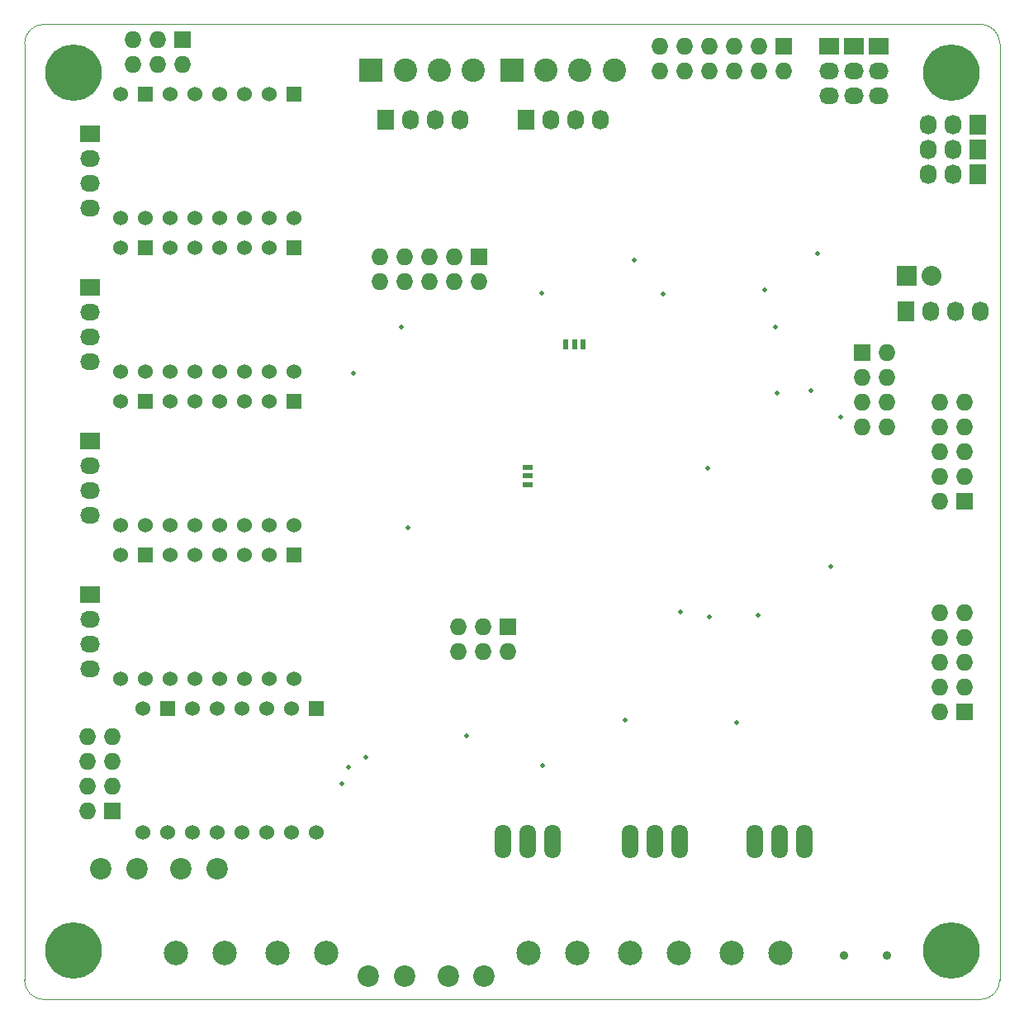
<source format=gbs>
%TF.GenerationSoftware,KiCad,Pcbnew,4.0.2-stable*%
%TF.CreationDate,2016-07-27T00:50:33+02:00*%
%TF.ProjectId,ReST,526553542E6B696361645F7063620000,Rev. A*%
%TF.FileFunction,Soldermask,Bot*%
%FSLAX46Y46*%
G04 Gerber Fmt 4.6, Leading zero omitted, Abs format (unit mm)*
G04 Created by KiCad (PCBNEW 4.0.2-stable) date 27.07.2016 00:50:33*
%MOMM*%
G01*
G04 APERTURE LIST*
%ADD10C,0.100000*%
%ADD11C,0.010000*%
%ADD12C,0.500000*%
%ADD13C,5.800000*%
%ADD14C,2.200000*%
%ADD15C,2.500000*%
%ADD16R,1.727200X2.032000*%
%ADD17O,1.727200X2.032000*%
%ADD18R,2.032000X1.727200*%
%ADD19O,2.032000X1.727200*%
%ADD20R,1.727200X1.727200*%
%ADD21O,1.727200X1.727200*%
%ADD22R,2.032000X2.032000*%
%ADD23O,2.032000X2.032000*%
%ADD24C,2.400000*%
%ADD25R,2.400000X2.400000*%
%ADD26O,1.699260X3.500120*%
%ADD27C,0.899160*%
%ADD28R,1.000000X0.500000*%
%ADD29R,0.500000X1.000000*%
%ADD30R,1.524000X1.524000*%
%ADD31C,1.524000*%
G04 APERTURE END LIST*
D10*
D11*
X119450000Y-163450000D02*
X119450000Y-67450000D01*
X21450000Y-165450000D02*
X117450000Y-165450000D01*
X19450000Y-67450000D02*
X19450000Y-163450000D01*
X117450000Y-65450000D02*
X21450000Y-65450000D01*
X119450000Y-67450000D02*
G75*
G03X117450000Y-65450000I-2000000J0D01*
G01*
X21450000Y-65450000D02*
G75*
G03X19450000Y-67450000I0J-2000000D01*
G01*
X19450000Y-163450000D02*
G75*
G03X21450000Y-165450000I2000000J0D01*
G01*
X117450000Y-165450000D02*
G75*
G03X119450000Y-163450000I0J2000000D01*
G01*
D12*
X86720000Y-125700000D03*
X100110000Y-103050000D03*
X96580000Y-103260000D03*
X96440000Y-96530000D03*
X95340000Y-92660000D03*
X84940000Y-93110000D03*
X81990000Y-89680000D03*
X72460000Y-93040000D03*
X58090000Y-96500000D03*
X89530000Y-110950000D03*
X100760000Y-88960000D03*
X53160000Y-101240000D03*
X58750000Y-117070000D03*
X72600000Y-141470000D03*
X51980000Y-143360000D03*
X52670000Y-141650000D03*
X54470000Y-140570000D03*
X64820000Y-138430000D03*
X92460000Y-137050000D03*
X81040000Y-136840000D03*
X89650000Y-126225000D03*
X94650000Y-126050000D03*
X102100000Y-121025000D03*
D13*
X114450000Y-70450000D03*
X114450000Y-160450000D03*
X24450000Y-160450000D03*
X24450000Y-70450000D03*
D14*
X35500000Y-152050000D03*
X39200000Y-152050000D03*
X31000000Y-152050000D03*
X27300000Y-152050000D03*
X58400000Y-163050000D03*
X54700000Y-163050000D03*
X62900000Y-163050000D03*
X66600000Y-163050000D03*
D15*
X34950000Y-160650000D03*
X39950000Y-160650000D03*
X45350000Y-160650000D03*
X50350000Y-160650000D03*
D16*
X117156923Y-80818721D03*
D17*
X114616923Y-80818721D03*
X112076923Y-80818721D03*
D16*
X117156923Y-75738721D03*
D17*
X114616923Y-75738721D03*
X112076923Y-75738721D03*
D18*
X104450000Y-67690000D03*
D19*
X104450000Y-70230000D03*
X104450000Y-72770000D03*
D16*
X117156923Y-78278721D03*
D17*
X114616923Y-78278721D03*
X112076923Y-78278721D03*
D18*
X106990000Y-67690000D03*
D19*
X106990000Y-70230000D03*
X106990000Y-72770000D03*
D18*
X101910000Y-67690000D03*
D19*
X101910000Y-70230000D03*
X101910000Y-72770000D03*
D20*
X28450000Y-146130000D03*
D21*
X25910000Y-146130000D03*
X28450000Y-143590000D03*
X25910000Y-143590000D03*
X28450000Y-141050000D03*
X25910000Y-141050000D03*
X28450000Y-138510000D03*
X25910000Y-138510000D03*
D18*
X26200000Y-92450000D03*
D19*
X26200000Y-94990000D03*
X26200000Y-97530000D03*
X26200000Y-100070000D03*
D18*
X26200000Y-123950000D03*
D19*
X26200000Y-126490000D03*
X26200000Y-129030000D03*
X26200000Y-131570000D03*
D18*
X26200000Y-108200000D03*
D19*
X26200000Y-110740000D03*
X26200000Y-113280000D03*
X26200000Y-115820000D03*
D18*
X26200000Y-76700000D03*
D19*
X26200000Y-79240000D03*
X26200000Y-81780000D03*
X26200000Y-84320000D03*
D20*
X115850000Y-114390000D03*
D21*
X113310000Y-114390000D03*
X115850000Y-111850000D03*
X113310000Y-111850000D03*
X115850000Y-109310000D03*
X113310000Y-109310000D03*
X115850000Y-106770000D03*
X113310000Y-106770000D03*
X115850000Y-104230000D03*
X113310000Y-104230000D03*
D20*
X115850000Y-135990000D03*
D21*
X113310000Y-135990000D03*
X115850000Y-133450000D03*
X113310000Y-133450000D03*
X115850000Y-130910000D03*
X113310000Y-130910000D03*
X115850000Y-128370000D03*
X113310000Y-128370000D03*
X115850000Y-125830000D03*
X113310000Y-125830000D03*
D20*
X66010000Y-89310000D03*
D21*
X66010000Y-91850000D03*
X63470000Y-89310000D03*
X63470000Y-91850000D03*
X60930000Y-89310000D03*
X60930000Y-91850000D03*
X58390000Y-89310000D03*
X58390000Y-91850000D03*
X55850000Y-89310000D03*
X55850000Y-91850000D03*
D22*
X109910000Y-91250000D03*
D23*
X112450000Y-91250000D03*
D20*
X35650000Y-67050000D03*
D21*
X35650000Y-69590000D03*
X33110000Y-67050000D03*
X33110000Y-69590000D03*
X30570000Y-67050000D03*
X30570000Y-69590000D03*
D20*
X69050000Y-127250000D03*
D21*
X69050000Y-129790000D03*
X66510000Y-127250000D03*
X66510000Y-129790000D03*
X63970000Y-127250000D03*
X63970000Y-129790000D03*
D20*
X97270000Y-67710000D03*
D21*
X97270000Y-70250000D03*
X94730000Y-67710000D03*
X94730000Y-70250000D03*
X92190000Y-67710000D03*
X92190000Y-70250000D03*
X89650000Y-67710000D03*
X89650000Y-70250000D03*
X87110000Y-67710000D03*
X87110000Y-70250000D03*
X84570000Y-67710000D03*
X84570000Y-70250000D03*
D24*
X58500000Y-70150000D03*
D25*
X55000000Y-70150000D03*
D24*
X62000000Y-70150000D03*
X65500000Y-70150000D03*
D15*
X71150000Y-160650000D03*
X76150000Y-160650000D03*
X81550000Y-160650000D03*
X86550000Y-160650000D03*
X91950000Y-160650000D03*
X96950000Y-160650000D03*
D24*
X72900000Y-70150000D03*
D25*
X69400000Y-70150000D03*
D24*
X76400000Y-70150000D03*
X79900000Y-70150000D03*
D16*
X56450000Y-75250000D03*
D17*
X58990000Y-75250000D03*
X61530000Y-75250000D03*
X64070000Y-75250000D03*
D16*
X70850000Y-75250000D03*
D17*
X73390000Y-75250000D03*
X75930000Y-75250000D03*
X78470000Y-75250000D03*
D26*
X71050000Y-149250000D03*
X73590000Y-149250000D03*
X68510000Y-149250000D03*
X84050000Y-149250000D03*
X86590000Y-149250000D03*
X81510000Y-149250000D03*
X96850000Y-149250000D03*
X99390000Y-149250000D03*
X94310000Y-149250000D03*
D16*
X109850000Y-94850000D03*
D17*
X112390000Y-94850000D03*
X114930000Y-94850000D03*
X117470000Y-94850000D03*
D27*
X103450360Y-160899100D03*
X107849640Y-160899100D03*
D28*
X71050000Y-111750000D03*
X71050000Y-112650000D03*
X71050000Y-110850000D03*
D29*
X75850000Y-98250000D03*
X76750000Y-98250000D03*
X74950000Y-98250000D03*
D20*
X105350000Y-99160000D03*
D21*
X107890000Y-99160000D03*
X105350000Y-101700000D03*
X107890000Y-101700000D03*
X105350000Y-104240000D03*
X107890000Y-104240000D03*
X105350000Y-106780000D03*
X107890000Y-106780000D03*
D30*
X47090000Y-88350000D03*
D31*
X44550000Y-88350000D03*
X42010000Y-88350000D03*
X39470000Y-88350000D03*
X36930000Y-88350000D03*
X34390000Y-88350000D03*
D30*
X31850000Y-88350000D03*
D31*
X29310000Y-88350000D03*
X29310000Y-101050000D03*
X31850000Y-101050000D03*
X34390000Y-101050000D03*
X36930000Y-101050000D03*
X39470000Y-101050000D03*
X42010000Y-101050000D03*
X44550000Y-101050000D03*
X47090000Y-101050000D03*
D30*
X47090000Y-119850000D03*
D31*
X44550000Y-119850000D03*
X42010000Y-119850000D03*
X39470000Y-119850000D03*
X36930000Y-119850000D03*
X34390000Y-119850000D03*
D30*
X31850000Y-119850000D03*
D31*
X29310000Y-119850000D03*
X29310000Y-132550000D03*
X31850000Y-132550000D03*
X34390000Y-132550000D03*
X36930000Y-132550000D03*
X39470000Y-132550000D03*
X42010000Y-132550000D03*
X44550000Y-132550000D03*
X47090000Y-132550000D03*
D30*
X47090000Y-104100000D03*
D31*
X44550000Y-104100000D03*
X42010000Y-104100000D03*
X39470000Y-104100000D03*
X36930000Y-104100000D03*
X34390000Y-104100000D03*
D30*
X31850000Y-104100000D03*
D31*
X29310000Y-104100000D03*
X29310000Y-116800000D03*
X31850000Y-116800000D03*
X34390000Y-116800000D03*
X36930000Y-116800000D03*
X39470000Y-116800000D03*
X42010000Y-116800000D03*
X44550000Y-116800000D03*
X47090000Y-116800000D03*
D30*
X49340000Y-135600000D03*
D31*
X46800000Y-135600000D03*
X44260000Y-135600000D03*
X41720000Y-135600000D03*
X39180000Y-135600000D03*
X36640000Y-135600000D03*
D30*
X34100000Y-135600000D03*
D31*
X31560000Y-135600000D03*
X31560000Y-148300000D03*
X34100000Y-148300000D03*
X36640000Y-148300000D03*
X39180000Y-148300000D03*
X41720000Y-148300000D03*
X44260000Y-148300000D03*
X46800000Y-148300000D03*
X49340000Y-148300000D03*
D30*
X47090000Y-72600000D03*
D31*
X44550000Y-72600000D03*
X42010000Y-72600000D03*
X39470000Y-72600000D03*
X36930000Y-72600000D03*
X34390000Y-72600000D03*
D30*
X31850000Y-72600000D03*
D31*
X29310000Y-72600000D03*
X29310000Y-85300000D03*
X31850000Y-85300000D03*
X34390000Y-85300000D03*
X36930000Y-85300000D03*
X39470000Y-85300000D03*
X42010000Y-85300000D03*
X44550000Y-85300000D03*
X47090000Y-85300000D03*
D12*
X103150000Y-105750000D03*
M02*

</source>
